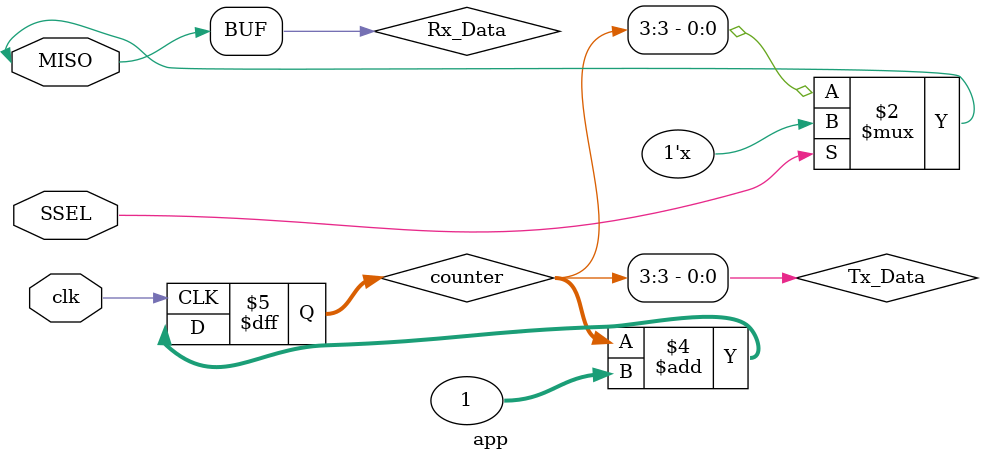
<source format=v>
/*
  MISO is at high impedance when CS=1, otherwise square signal with period clk/8
*/
module app (
    input wire clk,
    input wire SSEL,
    inout wire MISO
);

reg [32:0] counter;
reg test;

assign Tx_En = ~SSEL;
wire Tx_Data = counter[3];
assign MISO = Tx_En ? Tx_Data : 1'bZ;
assign Rx_Data = MISO;

always @(posedge clk) begin
    counter <= counter + 1;
    test <= Rx_Data;
end

endmodule

</source>
